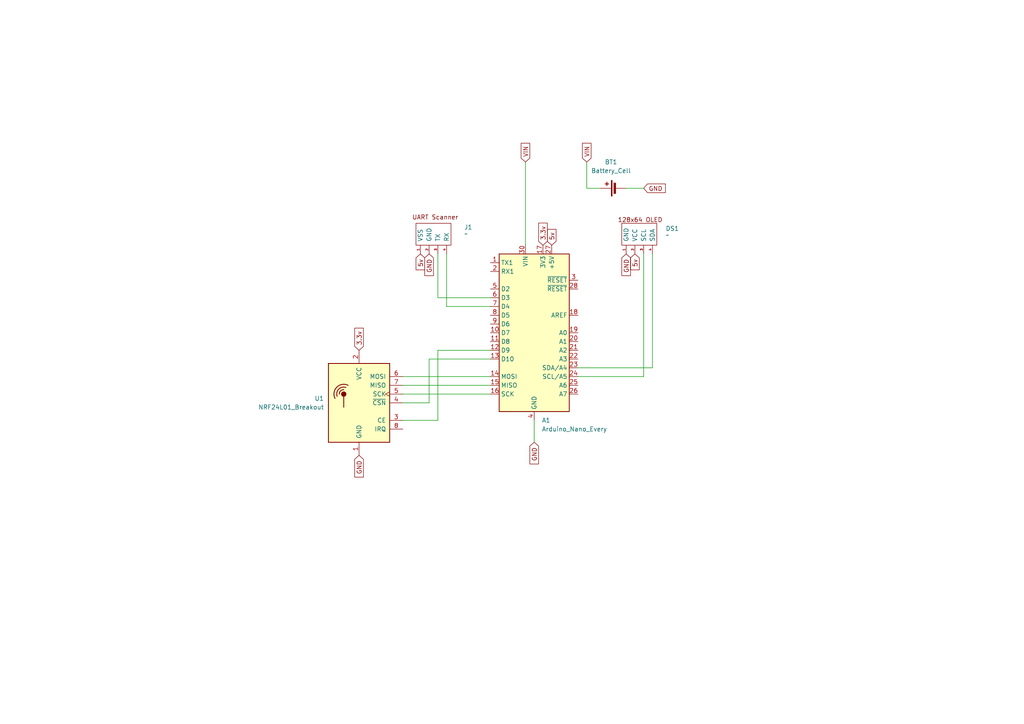
<source format=kicad_sch>
(kicad_sch
	(version 20231120)
	(generator "eeschema")
	(generator_version "8.0")
	(uuid "cbee27f0-28a8-40e3-9c15-3582dd0454e7")
	(paper "A4")
	(lib_symbols
		(symbol "Bread:OLED_128x64"
			(pin_names
				(offset 1.016)
			)
			(exclude_from_sim no)
			(in_bom yes)
			(on_board yes)
			(property "Reference" "DS"
				(at -6.604 2.032 0)
				(effects
					(font
						(size 1.27 1.27)
					)
				)
			)
			(property "Value" ""
				(at -6.35 -2.54 0)
				(effects
					(font
						(size 1.27 1.27)
					)
				)
			)
			(property "Footprint" ""
				(at -6.35 -2.54 0)
				(effects
					(font
						(size 1.27 1.27)
					)
					(hide yes)
				)
			)
			(property "Datasheet" ""
				(at -6.35 -2.54 0)
				(effects
					(font
						(size 1.27 1.27)
					)
					(hide yes)
				)
			)
			(property "Description" ""
				(at -6.35 -2.54 0)
				(effects
					(font
						(size 1.27 1.27)
					)
					(hide yes)
				)
			)
			(symbol "OLED_128x64_1_1"
				(rectangle
					(start -11.43 -1.27)
					(end -1.27 -7.62)
					(stroke
						(width 0)
						(type default)
					)
					(fill
						(type none)
					)
				)
				(text "128x64 OLED"
					(at -6.096 -0.254 0)
					(effects
						(font
							(size 1.27 1.27)
						)
					)
				)
				(pin power_in line
					(at -10.16 -10.16 90)
					(length 2.54)
					(name "GND"
						(effects
							(font
								(size 1.27 1.27)
							)
						)
					)
					(number "1"
						(effects
							(font
								(size 0.635 0.635)
							)
						)
					)
				)
				(pin power_in line
					(at -7.62 -10.16 90)
					(length 2.54)
					(name "VCC"
						(effects
							(font
								(size 1.27 1.27)
							)
						)
					)
					(number "2"
						(effects
							(font
								(size 0.635 0.635)
							)
						)
					)
				)
				(pin bidirectional line
					(at -5.08 -10.16 90)
					(length 2.54)
					(name "SCL"
						(effects
							(font
								(size 1.27 1.27)
							)
						)
					)
					(number "3"
						(effects
							(font
								(size 0.635 0.635)
							)
						)
					)
				)
				(pin bidirectional line
					(at -2.54 -10.16 90)
					(length 2.54)
					(name "SDA"
						(effects
							(font
								(size 1.27 1.27)
							)
						)
					)
					(number "4"
						(effects
							(font
								(size 0.635 0.635)
							)
						)
					)
				)
			)
		)
		(symbol "Bread:Scanner"
			(pin_names
				(offset 1.016)
			)
			(exclude_from_sim no)
			(in_bom yes)
			(on_board yes)
			(property "Reference" "J1"
				(at 2.54 0.1299 0)
				(effects
					(font
						(size 1.27 1.27)
					)
					(justify left)
				)
			)
			(property "Value" "~"
				(at 2.54 -1.7752 0)
				(effects
					(font
						(size 1.27 1.27)
					)
					(justify left)
				)
			)
			(property "Footprint" "Library:WireConnection"
				(at 0 0 0)
				(effects
					(font
						(size 1.27 1.27)
					)
					(hide yes)
				)
			)
			(property "Datasheet" ""
				(at 0 0 0)
				(effects
					(font
						(size 1.27 1.27)
					)
					(hide yes)
				)
			)
			(property "Description" ""
				(at 0 0 0)
				(effects
					(font
						(size 1.27 1.27)
					)
					(hide yes)
				)
			)
			(symbol "Scanner_1_1"
				(rectangle
					(start -11.43 1.27)
					(end -1.27 -5.08)
					(stroke
						(width 0)
						(type default)
					)
					(fill
						(type none)
					)
				)
				(text "UART Scanner"
					(at -5.842 3.048 0)
					(effects
						(font
							(size 1.27 1.27)
						)
					)
				)
				(pin power_in line
					(at -10.16 -7.62 90)
					(length 2.54)
					(name "VSS"
						(effects
							(font
								(size 1.27 1.27)
							)
						)
					)
					(number "1"
						(effects
							(font
								(size 0.635 0.635)
							)
						)
					)
				)
				(pin power_in line
					(at -7.62 -7.62 90)
					(length 2.54)
					(name "GND"
						(effects
							(font
								(size 1.27 1.27)
							)
						)
					)
					(number "2"
						(effects
							(font
								(size 0.635 0.635)
							)
						)
					)
				)
				(pin bidirectional line
					(at -5.08 -7.62 90)
					(length 2.54)
					(name "TX"
						(effects
							(font
								(size 1.27 1.27)
							)
						)
					)
					(number "3"
						(effects
							(font
								(size 0.635 0.635)
							)
						)
					)
				)
				(pin bidirectional line
					(at -2.54 -7.62 90)
					(length 2.54)
					(name "RX"
						(effects
							(font
								(size 1.27 1.27)
							)
						)
					)
					(number "4"
						(effects
							(font
								(size 0.635 0.635)
							)
						)
					)
				)
			)
		)
		(symbol "Device:Battery_Cell"
			(pin_numbers hide)
			(pin_names
				(offset 0) hide)
			(exclude_from_sim no)
			(in_bom yes)
			(on_board yes)
			(property "Reference" "BT"
				(at 2.54 2.54 0)
				(effects
					(font
						(size 1.27 1.27)
					)
					(justify left)
				)
			)
			(property "Value" "Battery_Cell"
				(at 2.54 0 0)
				(effects
					(font
						(size 1.27 1.27)
					)
					(justify left)
				)
			)
			(property "Footprint" ""
				(at 0 1.524 90)
				(effects
					(font
						(size 1.27 1.27)
					)
					(hide yes)
				)
			)
			(property "Datasheet" "~"
				(at 0 1.524 90)
				(effects
					(font
						(size 1.27 1.27)
					)
					(hide yes)
				)
			)
			(property "Description" "Single-cell battery"
				(at 0 0 0)
				(effects
					(font
						(size 1.27 1.27)
					)
					(hide yes)
				)
			)
			(property "ki_keywords" "battery cell"
				(at 0 0 0)
				(effects
					(font
						(size 1.27 1.27)
					)
					(hide yes)
				)
			)
			(symbol "Battery_Cell_0_1"
				(rectangle
					(start -2.286 1.778)
					(end 2.286 1.524)
					(stroke
						(width 0)
						(type default)
					)
					(fill
						(type outline)
					)
				)
				(rectangle
					(start -1.524 1.016)
					(end 1.524 0.508)
					(stroke
						(width 0)
						(type default)
					)
					(fill
						(type outline)
					)
				)
				(polyline
					(pts
						(xy 0 0.762) (xy 0 0)
					)
					(stroke
						(width 0)
						(type default)
					)
					(fill
						(type none)
					)
				)
				(polyline
					(pts
						(xy 0 1.778) (xy 0 2.54)
					)
					(stroke
						(width 0)
						(type default)
					)
					(fill
						(type none)
					)
				)
				(polyline
					(pts
						(xy 0.762 3.048) (xy 1.778 3.048)
					)
					(stroke
						(width 0.254)
						(type default)
					)
					(fill
						(type none)
					)
				)
				(polyline
					(pts
						(xy 1.27 3.556) (xy 1.27 2.54)
					)
					(stroke
						(width 0.254)
						(type default)
					)
					(fill
						(type none)
					)
				)
			)
			(symbol "Battery_Cell_1_1"
				(pin passive line
					(at 0 5.08 270)
					(length 2.54)
					(name "+"
						(effects
							(font
								(size 1.27 1.27)
							)
						)
					)
					(number "1"
						(effects
							(font
								(size 1.27 1.27)
							)
						)
					)
				)
				(pin passive line
					(at 0 -2.54 90)
					(length 2.54)
					(name "-"
						(effects
							(font
								(size 1.27 1.27)
							)
						)
					)
					(number "2"
						(effects
							(font
								(size 1.27 1.27)
							)
						)
					)
				)
			)
		)
		(symbol "MCU_Module:Arduino_Nano_Every"
			(exclude_from_sim no)
			(in_bom yes)
			(on_board yes)
			(property "Reference" "A"
				(at -10.16 23.495 0)
				(effects
					(font
						(size 1.27 1.27)
					)
					(justify left bottom)
				)
			)
			(property "Value" "Arduino_Nano_Every"
				(at 5.08 -24.13 0)
				(effects
					(font
						(size 1.27 1.27)
					)
					(justify left top)
				)
			)
			(property "Footprint" "Module:Arduino_Nano"
				(at 0 0 0)
				(effects
					(font
						(size 1.27 1.27)
						(italic yes)
					)
					(hide yes)
				)
			)
			(property "Datasheet" "https://content.arduino.cc/assets/NANOEveryV3.0_sch.pdf"
				(at 0 0 0)
				(effects
					(font
						(size 1.27 1.27)
					)
					(hide yes)
				)
			)
			(property "Description" "Arduino Nano Every"
				(at 0 0 0)
				(effects
					(font
						(size 1.27 1.27)
					)
					(hide yes)
				)
			)
			(property "ki_keywords" "Arduino nano microcontroller module USB UPDI AATMega4809 AVR"
				(at 0 0 0)
				(effects
					(font
						(size 1.27 1.27)
					)
					(hide yes)
				)
			)
			(property "ki_fp_filters" "Arduino*Nano*"
				(at 0 0 0)
				(effects
					(font
						(size 1.27 1.27)
					)
					(hide yes)
				)
			)
			(symbol "Arduino_Nano_Every_0_1"
				(rectangle
					(start -10.16 22.86)
					(end 10.16 -22.86)
					(stroke
						(width 0.254)
						(type default)
					)
					(fill
						(type background)
					)
				)
			)
			(symbol "Arduino_Nano_Every_1_1"
				(pin bidirectional line
					(at -12.7 20.32 0)
					(length 2.54)
					(name "TX1"
						(effects
							(font
								(size 1.27 1.27)
							)
						)
					)
					(number "1"
						(effects
							(font
								(size 1.27 1.27)
							)
						)
					)
				)
				(pin bidirectional line
					(at -12.7 0 0)
					(length 2.54)
					(name "D7"
						(effects
							(font
								(size 1.27 1.27)
							)
						)
					)
					(number "10"
						(effects
							(font
								(size 1.27 1.27)
							)
						)
					)
				)
				(pin bidirectional line
					(at -12.7 -2.54 0)
					(length 2.54)
					(name "D8"
						(effects
							(font
								(size 1.27 1.27)
							)
						)
					)
					(number "11"
						(effects
							(font
								(size 1.27 1.27)
							)
						)
					)
				)
				(pin bidirectional line
					(at -12.7 -5.08 0)
					(length 2.54)
					(name "D9"
						(effects
							(font
								(size 1.27 1.27)
							)
						)
					)
					(number "12"
						(effects
							(font
								(size 1.27 1.27)
							)
						)
					)
				)
				(pin bidirectional line
					(at -12.7 -7.62 0)
					(length 2.54)
					(name "D10"
						(effects
							(font
								(size 1.27 1.27)
							)
						)
					)
					(number "13"
						(effects
							(font
								(size 1.27 1.27)
							)
						)
					)
				)
				(pin bidirectional line
					(at -12.7 -12.7 0)
					(length 2.54)
					(name "MOSI"
						(effects
							(font
								(size 1.27 1.27)
							)
						)
					)
					(number "14"
						(effects
							(font
								(size 1.27 1.27)
							)
						)
					)
				)
				(pin bidirectional line
					(at -12.7 -15.24 0)
					(length 2.54)
					(name "MISO"
						(effects
							(font
								(size 1.27 1.27)
							)
						)
					)
					(number "15"
						(effects
							(font
								(size 1.27 1.27)
							)
						)
					)
				)
				(pin bidirectional line
					(at -12.7 -17.78 0)
					(length 2.54)
					(name "SCK"
						(effects
							(font
								(size 1.27 1.27)
							)
						)
					)
					(number "16"
						(effects
							(font
								(size 1.27 1.27)
							)
						)
					)
				)
				(pin power_out line
					(at 2.54 25.4 270)
					(length 2.54)
					(name "3V3"
						(effects
							(font
								(size 1.27 1.27)
							)
						)
					)
					(number "17"
						(effects
							(font
								(size 1.27 1.27)
							)
						)
					)
				)
				(pin input line
					(at 12.7 5.08 180)
					(length 2.54)
					(name "AREF"
						(effects
							(font
								(size 1.27 1.27)
							)
						)
					)
					(number "18"
						(effects
							(font
								(size 1.27 1.27)
							)
						)
					)
				)
				(pin bidirectional line
					(at 12.7 0 180)
					(length 2.54)
					(name "A0"
						(effects
							(font
								(size 1.27 1.27)
							)
						)
					)
					(number "19"
						(effects
							(font
								(size 1.27 1.27)
							)
						)
					)
				)
				(pin bidirectional line
					(at -12.7 17.78 0)
					(length 2.54)
					(name "RX1"
						(effects
							(font
								(size 1.27 1.27)
							)
						)
					)
					(number "2"
						(effects
							(font
								(size 1.27 1.27)
							)
						)
					)
				)
				(pin bidirectional line
					(at 12.7 -2.54 180)
					(length 2.54)
					(name "A1"
						(effects
							(font
								(size 1.27 1.27)
							)
						)
					)
					(number "20"
						(effects
							(font
								(size 1.27 1.27)
							)
						)
					)
				)
				(pin bidirectional line
					(at 12.7 -5.08 180)
					(length 2.54)
					(name "A2"
						(effects
							(font
								(size 1.27 1.27)
							)
						)
					)
					(number "21"
						(effects
							(font
								(size 1.27 1.27)
							)
						)
					)
				)
				(pin bidirectional line
					(at 12.7 -7.62 180)
					(length 2.54)
					(name "A3"
						(effects
							(font
								(size 1.27 1.27)
							)
						)
					)
					(number "22"
						(effects
							(font
								(size 1.27 1.27)
							)
						)
					)
				)
				(pin bidirectional line
					(at 12.7 -10.16 180)
					(length 2.54)
					(name "SDA/A4"
						(effects
							(font
								(size 1.27 1.27)
							)
						)
					)
					(number "23"
						(effects
							(font
								(size 1.27 1.27)
							)
						)
					)
				)
				(pin bidirectional line
					(at 12.7 -12.7 180)
					(length 2.54)
					(name "SCL/A5"
						(effects
							(font
								(size 1.27 1.27)
							)
						)
					)
					(number "24"
						(effects
							(font
								(size 1.27 1.27)
							)
						)
					)
				)
				(pin bidirectional line
					(at 12.7 -15.24 180)
					(length 2.54)
					(name "A6"
						(effects
							(font
								(size 1.27 1.27)
							)
						)
					)
					(number "25"
						(effects
							(font
								(size 1.27 1.27)
							)
						)
					)
				)
				(pin bidirectional line
					(at 12.7 -17.78 180)
					(length 2.54)
					(name "A7"
						(effects
							(font
								(size 1.27 1.27)
							)
						)
					)
					(number "26"
						(effects
							(font
								(size 1.27 1.27)
							)
						)
					)
				)
				(pin power_out line
					(at 5.08 25.4 270)
					(length 2.54)
					(name "+5V"
						(effects
							(font
								(size 1.27 1.27)
							)
						)
					)
					(number "27"
						(effects
							(font
								(size 1.27 1.27)
							)
						)
					)
				)
				(pin input line
					(at 12.7 12.7 180)
					(length 2.54)
					(name "~{RESET}"
						(effects
							(font
								(size 1.27 1.27)
							)
						)
					)
					(number "28"
						(effects
							(font
								(size 1.27 1.27)
							)
						)
					)
				)
				(pin passive line
					(at 0 -25.4 90)
					(length 2.54) hide
					(name "GND"
						(effects
							(font
								(size 1.27 1.27)
							)
						)
					)
					(number "29"
						(effects
							(font
								(size 1.27 1.27)
							)
						)
					)
				)
				(pin input line
					(at 12.7 15.24 180)
					(length 2.54)
					(name "~{RESET}"
						(effects
							(font
								(size 1.27 1.27)
							)
						)
					)
					(number "3"
						(effects
							(font
								(size 1.27 1.27)
							)
						)
					)
				)
				(pin power_in line
					(at -2.54 25.4 270)
					(length 2.54)
					(name "VIN"
						(effects
							(font
								(size 1.27 1.27)
							)
						)
					)
					(number "30"
						(effects
							(font
								(size 1.27 1.27)
							)
						)
					)
				)
				(pin power_in line
					(at 0 -25.4 90)
					(length 2.54)
					(name "GND"
						(effects
							(font
								(size 1.27 1.27)
							)
						)
					)
					(number "4"
						(effects
							(font
								(size 1.27 1.27)
							)
						)
					)
				)
				(pin bidirectional line
					(at -12.7 12.7 0)
					(length 2.54)
					(name "D2"
						(effects
							(font
								(size 1.27 1.27)
							)
						)
					)
					(number "5"
						(effects
							(font
								(size 1.27 1.27)
							)
						)
					)
				)
				(pin bidirectional line
					(at -12.7 10.16 0)
					(length 2.54)
					(name "D3"
						(effects
							(font
								(size 1.27 1.27)
							)
						)
					)
					(number "6"
						(effects
							(font
								(size 1.27 1.27)
							)
						)
					)
				)
				(pin bidirectional line
					(at -12.7 7.62 0)
					(length 2.54)
					(name "D4"
						(effects
							(font
								(size 1.27 1.27)
							)
						)
					)
					(number "7"
						(effects
							(font
								(size 1.27 1.27)
							)
						)
					)
				)
				(pin bidirectional line
					(at -12.7 5.08 0)
					(length 2.54)
					(name "D5"
						(effects
							(font
								(size 1.27 1.27)
							)
						)
					)
					(number "8"
						(effects
							(font
								(size 1.27 1.27)
							)
						)
					)
				)
				(pin bidirectional line
					(at -12.7 2.54 0)
					(length 2.54)
					(name "D6"
						(effects
							(font
								(size 1.27 1.27)
							)
						)
					)
					(number "9"
						(effects
							(font
								(size 1.27 1.27)
							)
						)
					)
				)
			)
		)
		(symbol "RF:NRF24L01_Breakout"
			(pin_names
				(offset 1.016)
			)
			(exclude_from_sim no)
			(in_bom yes)
			(on_board yes)
			(property "Reference" "U"
				(at -8.89 12.7 0)
				(effects
					(font
						(size 1.27 1.27)
					)
					(justify left)
				)
			)
			(property "Value" "NRF24L01_Breakout"
				(at 3.81 12.7 0)
				(effects
					(font
						(size 1.27 1.27)
					)
					(justify left)
				)
			)
			(property "Footprint" "RF_Module:nRF24L01_Breakout"
				(at 3.81 15.24 0)
				(effects
					(font
						(size 1.27 1.27)
						(italic yes)
					)
					(justify left)
					(hide yes)
				)
			)
			(property "Datasheet" "http://www.nordicsemi.com/eng/content/download/2730/34105/file/nRF24L01_Product_Specification_v2_0.pdf"
				(at 0 -2.54 0)
				(effects
					(font
						(size 1.27 1.27)
					)
					(hide yes)
				)
			)
			(property "Description" "Ultra low power 2.4GHz RF Transceiver, Carrier PCB"
				(at 0 0 0)
				(effects
					(font
						(size 1.27 1.27)
					)
					(hide yes)
				)
			)
			(property "ki_keywords" "Low Power RF Transceiver breakout carrier"
				(at 0 0 0)
				(effects
					(font
						(size 1.27 1.27)
					)
					(hide yes)
				)
			)
			(property "ki_fp_filters" "nRF24L01*Breakout*"
				(at 0 0 0)
				(effects
					(font
						(size 1.27 1.27)
					)
					(hide yes)
				)
			)
			(symbol "NRF24L01_Breakout_0_1"
				(rectangle
					(start -8.89 11.43)
					(end 8.89 -11.43)
					(stroke
						(width 0.254)
						(type default)
					)
					(fill
						(type background)
					)
				)
				(polyline
					(pts
						(xy 4.445 1.905) (xy 4.445 -1.27)
					)
					(stroke
						(width 0.254)
						(type default)
					)
					(fill
						(type none)
					)
				)
				(circle
					(center 4.445 2.54)
					(radius 0.635)
					(stroke
						(width 0.254)
						(type default)
					)
					(fill
						(type outline)
					)
				)
				(arc
					(start 5.715 2.54)
					(mid 5.3521 3.4546)
					(end 4.445 3.81)
					(stroke
						(width 0.254)
						(type default)
					)
					(fill
						(type none)
					)
				)
				(arc
					(start 6.35 1.905)
					(mid 5.8763 3.9854)
					(end 3.81 4.445)
					(stroke
						(width 0.254)
						(type default)
					)
					(fill
						(type none)
					)
				)
				(arc
					(start 6.985 1.27)
					(mid 6.453 4.548)
					(end 3.175 5.08)
					(stroke
						(width 0.254)
						(type default)
					)
					(fill
						(type none)
					)
				)
			)
			(symbol "NRF24L01_Breakout_1_1"
				(pin power_in line
					(at 0 -15.24 90)
					(length 3.81)
					(name "GND"
						(effects
							(font
								(size 1.27 1.27)
							)
						)
					)
					(number "1"
						(effects
							(font
								(size 1.27 1.27)
							)
						)
					)
				)
				(pin power_in line
					(at 0 15.24 270)
					(length 3.81)
					(name "VCC"
						(effects
							(font
								(size 1.27 1.27)
							)
						)
					)
					(number "2"
						(effects
							(font
								(size 1.27 1.27)
							)
						)
					)
				)
				(pin input line
					(at -12.7 -5.08 0)
					(length 3.81)
					(name "CE"
						(effects
							(font
								(size 1.27 1.27)
							)
						)
					)
					(number "3"
						(effects
							(font
								(size 1.27 1.27)
							)
						)
					)
				)
				(pin input line
					(at -12.7 0 0)
					(length 3.81)
					(name "~{CSN}"
						(effects
							(font
								(size 1.27 1.27)
							)
						)
					)
					(number "4"
						(effects
							(font
								(size 1.27 1.27)
							)
						)
					)
				)
				(pin input clock
					(at -12.7 2.54 0)
					(length 3.81)
					(name "SCK"
						(effects
							(font
								(size 1.27 1.27)
							)
						)
					)
					(number "5"
						(effects
							(font
								(size 1.27 1.27)
							)
						)
					)
				)
				(pin input line
					(at -12.7 7.62 0)
					(length 3.81)
					(name "MOSI"
						(effects
							(font
								(size 1.27 1.27)
							)
						)
					)
					(number "6"
						(effects
							(font
								(size 1.27 1.27)
							)
						)
					)
				)
				(pin output line
					(at -12.7 5.08 0)
					(length 3.81)
					(name "MISO"
						(effects
							(font
								(size 1.27 1.27)
							)
						)
					)
					(number "7"
						(effects
							(font
								(size 1.27 1.27)
							)
						)
					)
				)
				(pin output line
					(at -12.7 -7.62 0)
					(length 3.81)
					(name "IRQ"
						(effects
							(font
								(size 1.27 1.27)
							)
						)
					)
					(number "8"
						(effects
							(font
								(size 1.27 1.27)
							)
						)
					)
				)
			)
		)
	)
	(wire
		(pts
			(xy 116.84 114.3) (xy 142.24 114.3)
		)
		(stroke
			(width 0)
			(type default)
		)
		(uuid "18c148c2-52fc-48a7-ae75-a7e9f67581e9")
	)
	(wire
		(pts
			(xy 116.84 109.22) (xy 142.24 109.22)
		)
		(stroke
			(width 0)
			(type default)
		)
		(uuid "33aba156-d2ae-41f3-9b00-eaa606d8ef83")
	)
	(wire
		(pts
			(xy 170.18 46.99) (xy 170.18 54.61)
		)
		(stroke
			(width 0)
			(type default)
		)
		(uuid "360c5078-1d53-4251-adf4-31ac425810e7")
	)
	(wire
		(pts
			(xy 142.24 86.36) (xy 127 86.36)
		)
		(stroke
			(width 0)
			(type default)
		)
		(uuid "4aae3a0e-3e2d-4e89-992e-02ec92a9c829")
	)
	(wire
		(pts
			(xy 189.23 106.68) (xy 167.64 106.68)
		)
		(stroke
			(width 0)
			(type default)
		)
		(uuid "5497e2e3-1f6d-4d27-9fad-1fb5d4e36c15")
	)
	(wire
		(pts
			(xy 124.46 116.84) (xy 124.46 104.14)
		)
		(stroke
			(width 0)
			(type default)
		)
		(uuid "6561edcd-f3ee-414f-bb20-94bd08ea6e12")
	)
	(wire
		(pts
			(xy 129.54 73.66) (xy 129.54 88.9)
		)
		(stroke
			(width 0)
			(type default)
		)
		(uuid "658a58a1-60a8-417c-a0a5-4f7edd7822f8")
	)
	(wire
		(pts
			(xy 127 73.66) (xy 127 86.36)
		)
		(stroke
			(width 0)
			(type default)
		)
		(uuid "6a6b18ca-4b47-489e-9e2f-c1110e821a02")
	)
	(wire
		(pts
			(xy 181.61 54.61) (xy 186.69 54.61)
		)
		(stroke
			(width 0)
			(type default)
		)
		(uuid "6b1fd4e7-cfe0-404e-9897-f101f47d35cb")
	)
	(wire
		(pts
			(xy 186.69 73.66) (xy 186.69 109.22)
		)
		(stroke
			(width 0)
			(type default)
		)
		(uuid "70471397-39a0-4179-b3b7-98481c718a9e")
	)
	(wire
		(pts
			(xy 170.18 54.61) (xy 173.99 54.61)
		)
		(stroke
			(width 0)
			(type default)
		)
		(uuid "86a9927b-0b86-444e-ac26-f530735f2a20")
	)
	(wire
		(pts
			(xy 116.84 116.84) (xy 124.46 116.84)
		)
		(stroke
			(width 0)
			(type default)
		)
		(uuid "9a5a946e-b8be-4dff-a2b2-83591aad9958")
	)
	(wire
		(pts
			(xy 154.94 128.27) (xy 154.94 121.92)
		)
		(stroke
			(width 0)
			(type default)
		)
		(uuid "9eb801ee-e714-4b15-b85b-2c2244bd330b")
	)
	(wire
		(pts
			(xy 127 101.6) (xy 142.24 101.6)
		)
		(stroke
			(width 0)
			(type default)
		)
		(uuid "9fe0ec89-72cd-41b5-a21a-30fff2ca9c77")
	)
	(wire
		(pts
			(xy 116.84 111.76) (xy 142.24 111.76)
		)
		(stroke
			(width 0)
			(type default)
		)
		(uuid "b6d0a363-241f-4ebb-8795-b178ac38251c")
	)
	(wire
		(pts
			(xy 124.46 104.14) (xy 142.24 104.14)
		)
		(stroke
			(width 0)
			(type default)
		)
		(uuid "c66e2613-cabd-404b-91a5-b2680d6c67ea")
	)
	(wire
		(pts
			(xy 189.23 73.66) (xy 189.23 106.68)
		)
		(stroke
			(width 0)
			(type default)
		)
		(uuid "c8c432a1-321f-4610-8802-6c1b90a061e1")
	)
	(wire
		(pts
			(xy 116.84 121.92) (xy 127 121.92)
		)
		(stroke
			(width 0)
			(type default)
		)
		(uuid "cab0e915-d43a-4bc6-8a87-b157c1d9a90f")
	)
	(wire
		(pts
			(xy 129.54 88.9) (xy 142.24 88.9)
		)
		(stroke
			(width 0)
			(type default)
		)
		(uuid "d6497278-a8e1-4aca-a5bb-bcc32478772d")
	)
	(wire
		(pts
			(xy 127 121.92) (xy 127 101.6)
		)
		(stroke
			(width 0)
			(type default)
		)
		(uuid "e37b6b38-6dde-4984-a0a4-50efed9546b2")
	)
	(wire
		(pts
			(xy 186.69 109.22) (xy 167.64 109.22)
		)
		(stroke
			(width 0)
			(type default)
		)
		(uuid "f47cb911-c016-435f-99d7-7a4ac56c6117")
	)
	(wire
		(pts
			(xy 152.4 46.99) (xy 152.4 71.12)
		)
		(stroke
			(width 0)
			(type default)
		)
		(uuid "fe639523-9b66-4bd0-8228-e1a8c36025fe")
	)
	(global_label "GND"
		(shape input)
		(at 154.94 128.27 270)
		(fields_autoplaced yes)
		(effects
			(font
				(size 1.27 1.27)
			)
			(justify right)
		)
		(uuid "00b57090-2ba1-49ad-95d1-a7397d7e347b")
		(property "Intersheetrefs" "${INTERSHEET_REFS}"
			(at 154.94 135.1257 90)
			(effects
				(font
					(size 1.27 1.27)
				)
				(justify right)
				(hide yes)
			)
		)
	)
	(global_label "GND"
		(shape input)
		(at 181.61 73.66 270)
		(fields_autoplaced yes)
		(effects
			(font
				(size 1.27 1.27)
			)
			(justify right)
		)
		(uuid "04ca5e2f-f81a-406f-85d0-84931635ee95")
		(property "Intersheetrefs" "${INTERSHEET_REFS}"
			(at 181.61 80.5157 90)
			(effects
				(font
					(size 1.27 1.27)
				)
				(justify right)
				(hide yes)
			)
		)
	)
	(global_label "GND"
		(shape input)
		(at 186.69 54.61 0)
		(fields_autoplaced yes)
		(effects
			(font
				(size 1.27 1.27)
			)
			(justify left)
		)
		(uuid "208c307f-4351-4bf7-b966-3662ab99a178")
		(property "Intersheetrefs" "${INTERSHEET_REFS}"
			(at 193.5457 54.61 0)
			(effects
				(font
					(size 1.27 1.27)
				)
				(justify left)
				(hide yes)
			)
		)
	)
	(global_label "3.3v"
		(shape input)
		(at 157.48 71.12 90)
		(fields_autoplaced yes)
		(effects
			(font
				(size 1.27 1.27)
			)
			(justify left)
		)
		(uuid "38b56894-0919-4118-81df-26e8c8a28774")
		(property "Intersheetrefs" "${INTERSHEET_REFS}"
			(at 157.48 64.1434 90)
			(effects
				(font
					(size 1.27 1.27)
				)
				(justify left)
				(hide yes)
			)
		)
	)
	(global_label "5v"
		(shape input)
		(at 184.15 73.66 270)
		(fields_autoplaced yes)
		(effects
			(font
				(size 1.27 1.27)
			)
			(justify right)
		)
		(uuid "40808462-5639-4f24-b19b-d2702ff2c9b6")
		(property "Intersheetrefs" "${INTERSHEET_REFS}"
			(at 184.15 78.8223 90)
			(effects
				(font
					(size 1.27 1.27)
				)
				(justify right)
				(hide yes)
			)
		)
	)
	(global_label "VIN"
		(shape input)
		(at 170.18 46.99 90)
		(fields_autoplaced yes)
		(effects
			(font
				(size 1.27 1.27)
			)
			(justify left)
		)
		(uuid "4dd38f8f-fb1e-49c9-afdb-9bee24f1d230")
		(property "Intersheetrefs" "${INTERSHEET_REFS}"
			(at 170.18 40.9809 90)
			(effects
				(font
					(size 1.27 1.27)
				)
				(justify left)
				(hide yes)
			)
		)
	)
	(global_label "GND"
		(shape input)
		(at 124.46 73.66 270)
		(fields_autoplaced yes)
		(effects
			(font
				(size 1.27 1.27)
			)
			(justify right)
		)
		(uuid "65ba11df-b25a-4175-9f56-bd1f450d5860")
		(property "Intersheetrefs" "${INTERSHEET_REFS}"
			(at 124.46 80.5157 90)
			(effects
				(font
					(size 1.27 1.27)
				)
				(justify right)
				(hide yes)
			)
		)
	)
	(global_label "GND"
		(shape input)
		(at 104.14 132.08 270)
		(fields_autoplaced yes)
		(effects
			(font
				(size 1.27 1.27)
			)
			(justify right)
		)
		(uuid "70af2005-3d9b-40af-b739-ab0d00e426ab")
		(property "Intersheetrefs" "${INTERSHEET_REFS}"
			(at 104.14 138.9357 90)
			(effects
				(font
					(size 1.27 1.27)
				)
				(justify right)
				(hide yes)
			)
		)
	)
	(global_label "5v"
		(shape input)
		(at 121.92 73.66 270)
		(fields_autoplaced yes)
		(effects
			(font
				(size 1.27 1.27)
			)
			(justify right)
		)
		(uuid "70bb233a-b75e-4673-8205-c8853e12acc1")
		(property "Intersheetrefs" "${INTERSHEET_REFS}"
			(at 121.92 78.8223 90)
			(effects
				(font
					(size 1.27 1.27)
				)
				(justify right)
				(hide yes)
			)
		)
	)
	(global_label "VIN"
		(shape input)
		(at 152.4 46.99 90)
		(fields_autoplaced yes)
		(effects
			(font
				(size 1.27 1.27)
			)
			(justify left)
		)
		(uuid "9f69860d-4122-41b6-98a5-9c92c47dd8e5")
		(property "Intersheetrefs" "${INTERSHEET_REFS}"
			(at 152.4 40.9809 90)
			(effects
				(font
					(size 1.27 1.27)
				)
				(justify left)
				(hide yes)
			)
		)
	)
	(global_label "3.3v"
		(shape input)
		(at 104.14 101.6 90)
		(fields_autoplaced yes)
		(effects
			(font
				(size 1.27 1.27)
			)
			(justify left)
		)
		(uuid "cc0a8a4a-155d-4656-b454-89c0c4da4f90")
		(property "Intersheetrefs" "${INTERSHEET_REFS}"
			(at 104.14 94.6234 90)
			(effects
				(font
					(size 1.27 1.27)
				)
				(justify left)
				(hide yes)
			)
		)
	)
	(global_label "5v"
		(shape input)
		(at 160.02 71.12 90)
		(fields_autoplaced yes)
		(effects
			(font
				(size 1.27 1.27)
			)
			(justify left)
		)
		(uuid "e240e597-d509-4e74-9572-07b067f775de")
		(property "Intersheetrefs" "${INTERSHEET_REFS}"
			(at 160.02 65.9577 90)
			(effects
				(font
					(size 1.27 1.27)
				)
				(justify left)
				(hide yes)
			)
		)
	)
	(symbol
		(lib_id "Bread:Scanner")
		(at 132.08 66.04 0)
		(unit 1)
		(exclude_from_sim no)
		(in_bom yes)
		(on_board yes)
		(dnp no)
		(fields_autoplaced yes)
		(uuid "2f6230fa-01ae-49d3-a8c1-19d2dc87f5c7")
		(property "Reference" "J1"
			(at 134.62 65.9101 0)
			(effects
				(font
					(size 1.27 1.27)
				)
				(justify left)
			)
		)
		(property "Value" "~"
			(at 134.62 67.8152 0)
			(effects
				(font
					(size 1.27 1.27)
				)
				(justify left)
			)
		)
		(property "Footprint" "Library:WireConnection"
			(at 132.08 66.04 0)
			(effects
				(font
					(size 1.27 1.27)
				)
				(hide yes)
			)
		)
		(property "Datasheet" ""
			(at 132.08 66.04 0)
			(effects
				(font
					(size 1.27 1.27)
				)
				(hide yes)
			)
		)
		(property "Description" ""
			(at 132.08 66.04 0)
			(effects
				(font
					(size 1.27 1.27)
				)
				(hide yes)
			)
		)
		(pin "4"
			(uuid "f9971c50-52e6-4165-8729-671c4e0a1f6a")
		)
		(pin "1"
			(uuid "781fd3a6-2b74-4f54-a122-a7b0f7c41abc")
		)
		(pin "3"
			(uuid "38e9c2b6-2200-45b4-966c-0315a30a990c")
		)
		(pin "2"
			(uuid "6822f6a4-330c-4826-8ccf-983c435f442a")
		)
		(instances
			(project "Scanner"
				(path "/cbee27f0-28a8-40e3-9c15-3582dd0454e7"
					(reference "J1")
					(unit 1)
				)
			)
		)
	)
	(symbol
		(lib_id "MCU_Module:Arduino_Nano_Every")
		(at 154.94 96.52 0)
		(unit 1)
		(exclude_from_sim no)
		(in_bom yes)
		(on_board yes)
		(dnp no)
		(fields_autoplaced yes)
		(uuid "34f491df-4630-4189-95f3-6b451281d2c8")
		(property "Reference" "A1"
			(at 157.1341 121.92 0)
			(effects
				(font
					(size 1.27 1.27)
				)
				(justify left)
			)
		)
		(property "Value" "Arduino_Nano_Every"
			(at 157.1341 124.46 0)
			(effects
				(font
					(size 1.27 1.27)
				)
				(justify left)
			)
		)
		(property "Footprint" "Module:Arduino_Nano"
			(at 154.94 96.52 0)
			(effects
				(font
					(size 1.27 1.27)
					(italic yes)
				)
				(hide yes)
			)
		)
		(property "Datasheet" "https://content.arduino.cc/assets/NANOEveryV3.0_sch.pdf"
			(at 154.94 96.52 0)
			(effects
				(font
					(size 1.27 1.27)
				)
				(hide yes)
			)
		)
		(property "Description" "Arduino Nano Every"
			(at 154.94 96.52 0)
			(effects
				(font
					(size 1.27 1.27)
				)
				(hide yes)
			)
		)
		(pin "13"
			(uuid "b1499004-847d-4083-8d73-14d3e0f761a3")
		)
		(pin "7"
			(uuid "4eef39c0-b7db-4409-b1f3-126cca1a8b93")
		)
		(pin "30"
			(uuid "314e865b-52f7-4aed-93d1-4fa83ac769fd")
		)
		(pin "2"
			(uuid "ddd1faf4-e84e-4538-9af0-a797343227e0")
		)
		(pin "17"
			(uuid "c80418d9-c531-4e74-9630-36591049158c")
		)
		(pin "8"
			(uuid "29635c6f-cdfe-4305-a618-d284c26a5dd0")
		)
		(pin "19"
			(uuid "8b6b7cda-9778-4162-a401-7d099a002967")
		)
		(pin "1"
			(uuid "d29c0535-0699-46f4-b68e-351b08d5c861")
		)
		(pin "29"
			(uuid "6d05d05c-edcd-4149-b9c8-52b5f26c10f9")
		)
		(pin "14"
			(uuid "9b523c24-3e75-40ca-915f-625a6ebfa20c")
		)
		(pin "26"
			(uuid "f32b957c-a2c1-42b7-935d-172fd184abf2")
		)
		(pin "9"
			(uuid "01f73120-2a09-4e2f-9bf4-2be545600b13")
		)
		(pin "15"
			(uuid "7287ad6d-569b-4e7e-a76d-370052d6fd46")
		)
		(pin "20"
			(uuid "5834efca-8726-42aa-8591-32281f67d8e0")
		)
		(pin "5"
			(uuid "e30f5804-64cc-45f7-9b81-a9418b7c5937")
		)
		(pin "23"
			(uuid "25a9ec85-4275-4cbf-8277-3bc2b24106d4")
		)
		(pin "28"
			(uuid "ffaae513-5992-4adb-9803-e7d26fa8ba50")
		)
		(pin "12"
			(uuid "45f3d5db-09cc-44a3-b1f9-3174b8cf0d61")
		)
		(pin "27"
			(uuid "7632ba54-604f-4101-89a3-109d6386225e")
		)
		(pin "6"
			(uuid "ec7e9534-af7a-4da3-9994-23f462492372")
		)
		(pin "24"
			(uuid "185e68cb-21ab-4770-8246-2db3924fbaad")
		)
		(pin "11"
			(uuid "516e2c03-fba1-4a5a-a99c-adc0d2849d06")
		)
		(pin "16"
			(uuid "29f52ff2-9482-49fa-a769-6fa2053732b1")
		)
		(pin "22"
			(uuid "5c6dc510-eda5-466d-af90-4669cb329824")
		)
		(pin "4"
			(uuid "1707b40b-9758-4ae6-a45e-12243af91560")
		)
		(pin "10"
			(uuid "2ad885fd-5472-4900-b615-1137a3eaf4cc")
		)
		(pin "18"
			(uuid "3876e93c-90d0-44ac-9256-2b26416f185f")
		)
		(pin "21"
			(uuid "b01d6e57-fdf7-408f-ab09-fb7da93f3cfe")
		)
		(pin "25"
			(uuid "b724f301-3f4f-4399-961f-228090c43688")
		)
		(pin "3"
			(uuid "59cbe9c5-e7bb-42ca-960f-66b7c83c3ca0")
		)
		(instances
			(project "Scanner"
				(path "/cbee27f0-28a8-40e3-9c15-3582dd0454e7"
					(reference "A1")
					(unit 1)
				)
			)
		)
	)
	(symbol
		(lib_id "Bread:OLED_128x64")
		(at 191.77 63.5 0)
		(unit 1)
		(exclude_from_sim no)
		(in_bom yes)
		(on_board yes)
		(dnp no)
		(uuid "3a36ccf3-0950-434f-8d56-38661b0b2c55")
		(property "Reference" "DS1"
			(at 193.04 66.2911 0)
			(effects
				(font
					(size 1.27 1.27)
				)
				(justify left)
			)
		)
		(property "Value" "~"
			(at 193.04 68.1962 0)
			(effects
				(font
					(size 1.27 1.27)
				)
				(justify left)
			)
		)
		(property "Footprint" "Library:WireConnection"
			(at 185.42 66.04 0)
			(effects
				(font
					(size 1.27 1.27)
				)
				(hide yes)
			)
		)
		(property "Datasheet" ""
			(at 185.42 66.04 0)
			(effects
				(font
					(size 1.27 1.27)
				)
				(hide yes)
			)
		)
		(property "Description" ""
			(at 185.42 66.04 0)
			(effects
				(font
					(size 1.27 1.27)
				)
				(hide yes)
			)
		)
		(pin "3"
			(uuid "a5d490f8-df41-412a-80c7-bdf57220f885")
		)
		(pin "2"
			(uuid "895bbf6a-75ed-4f87-9c2d-1740ee5893bf")
		)
		(pin "4"
			(uuid "2d5ba625-3f8b-4184-9162-bd31f7dce262")
		)
		(pin "1"
			(uuid "2d0c6160-5a21-42e7-9ca1-6d8db8252b65")
		)
		(instances
			(project "Scanner"
				(path "/cbee27f0-28a8-40e3-9c15-3582dd0454e7"
					(reference "DS1")
					(unit 1)
				)
			)
		)
	)
	(symbol
		(lib_id "Device:Battery_Cell")
		(at 179.07 54.61 90)
		(unit 1)
		(exclude_from_sim no)
		(in_bom yes)
		(on_board yes)
		(dnp no)
		(fields_autoplaced yes)
		(uuid "75c3ad25-053a-49a6-9a0c-6ddbecf441db")
		(property "Reference" "BT1"
			(at 177.2285 46.99 90)
			(effects
				(font
					(size 1.27 1.27)
				)
			)
		)
		(property "Value" "Battery_Cell"
			(at 177.2285 49.53 90)
			(effects
				(font
					(size 1.27 1.27)
				)
			)
		)
		(property "Footprint" "Library:BatteryConnection"
			(at 177.546 54.61 90)
			(effects
				(font
					(size 1.27 1.27)
				)
				(hide yes)
			)
		)
		(property "Datasheet" "~"
			(at 177.546 54.61 90)
			(effects
				(font
					(size 1.27 1.27)
				)
				(hide yes)
			)
		)
		(property "Description" "Single-cell battery"
			(at 179.07 54.61 0)
			(effects
				(font
					(size 1.27 1.27)
				)
				(hide yes)
			)
		)
		(pin "2"
			(uuid "233de07e-198e-4323-98a1-88bbfeb0e875")
		)
		(pin "1"
			(uuid "5244c815-d697-4570-92bb-eb353eca396b")
		)
		(instances
			(project ""
				(path "/cbee27f0-28a8-40e3-9c15-3582dd0454e7"
					(reference "BT1")
					(unit 1)
				)
			)
		)
	)
	(symbol
		(lib_id "RF:NRF24L01_Breakout")
		(at 104.14 116.84 0)
		(mirror y)
		(unit 1)
		(exclude_from_sim no)
		(in_bom yes)
		(on_board yes)
		(dnp no)
		(fields_autoplaced yes)
		(uuid "c12ecd50-b28a-48fb-9d71-cfd7bf325c88")
		(property "Reference" "U1"
			(at 93.98 115.5699 0)
			(effects
				(font
					(size 1.27 1.27)
				)
				(justify left)
			)
		)
		(property "Value" "NRF24L01_Breakout"
			(at 93.98 118.1099 0)
			(effects
				(font
					(size 1.27 1.27)
				)
				(justify left)
			)
		)
		(property "Footprint" "RF_Module:nRF24L01_Breakout"
			(at 100.33 101.6 0)
			(effects
				(font
					(size 1.27 1.27)
					(italic yes)
				)
				(justify left)
				(hide yes)
			)
		)
		(property "Datasheet" "http://www.nordicsemi.com/eng/content/download/2730/34105/file/nRF24L01_Product_Specification_v2_0.pdf"
			(at 104.14 119.38 0)
			(effects
				(font
					(size 1.27 1.27)
				)
				(hide yes)
			)
		)
		(property "Description" "Ultra low power 2.4GHz RF Transceiver, Carrier PCB"
			(at 104.14 116.84 0)
			(effects
				(font
					(size 1.27 1.27)
				)
				(hide yes)
			)
		)
		(pin "2"
			(uuid "212bf10a-4bc9-4f5f-b333-5e1f69623c0a")
		)
		(pin "7"
			(uuid "a19ca722-648c-4ef4-97ad-42db96aa6e92")
		)
		(pin "3"
			(uuid "3d9c0dbf-91fe-4f26-a34d-b7c4495b044c")
		)
		(pin "1"
			(uuid "73a62fe8-99b9-4ac0-97a3-42b851407b39")
		)
		(pin "6"
			(uuid "510229a7-d198-4f6d-ad03-f965df3091f4")
		)
		(pin "5"
			(uuid "ee6af039-d3d2-487d-a9ec-583294ffc8d5")
		)
		(pin "8"
			(uuid "dca2f932-0dea-45f1-b4f3-df17f44cc534")
		)
		(pin "4"
			(uuid "6f28eb62-f1bd-433b-bbe3-4cbfa6985336")
		)
		(instances
			(project "Scanner"
				(path "/cbee27f0-28a8-40e3-9c15-3582dd0454e7"
					(reference "U1")
					(unit 1)
				)
			)
		)
	)
	(sheet_instances
		(path "/"
			(page "1")
		)
	)
)

</source>
